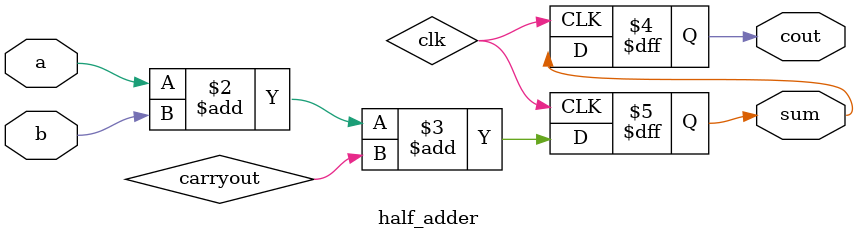
<source format=v>
module half_adder( 
input a, b,
output cout, sum );

always @(posedge clk)
begin
  sum <= a + b + carryout;
  cout <= sum[7:0];
end
endmodule

</source>
